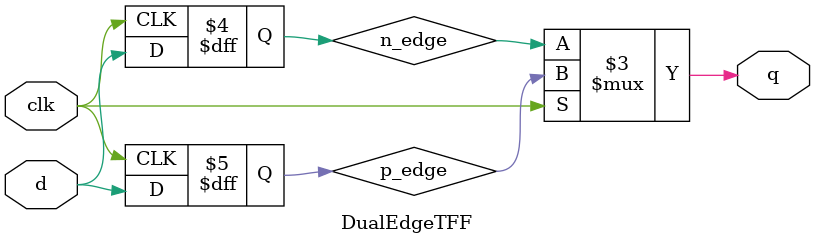
<source format=v>
module DualEdgeTFF (
    input clk,
    input d,
    output q
);
    wire p_edge, n_edge;

    // posedge
    always @(posedge clk) begin
        p_edge <= d;    
    end

    // negedge
    always @(negedge clk) begin
        n_edge <= d;
    end

    // choose edge
    assign q = (clk) ? p_edge : n_edge;
endmodule
</source>
